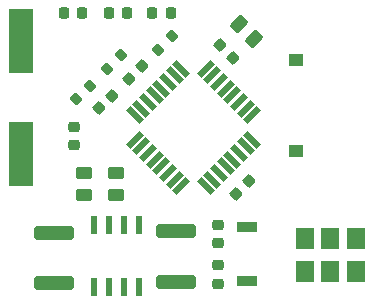
<source format=gbr>
%TF.GenerationSoftware,KiCad,Pcbnew,(6.0.2)*%
%TF.CreationDate,2022-04-29T01:07:20-04:00*%
%TF.ProjectId,Spacecraft ATmega328 MOSFET,53706163-6563-4726-9166-742041546d65,rev?*%
%TF.SameCoordinates,Original*%
%TF.FileFunction,Paste,Top*%
%TF.FilePolarity,Positive*%
%FSLAX46Y46*%
G04 Gerber Fmt 4.6, Leading zero omitted, Abs format (unit mm)*
G04 Created by KiCad (PCBNEW (6.0.2)) date 2022-04-29 01:07:20*
%MOMM*%
%LPD*%
G01*
G04 APERTURE LIST*
G04 Aperture macros list*
%AMRoundRect*
0 Rectangle with rounded corners*
0 $1 Rounding radius*
0 $2 $3 $4 $5 $6 $7 $8 $9 X,Y pos of 4 corners*
0 Add a 4 corners polygon primitive as box body*
4,1,4,$2,$3,$4,$5,$6,$7,$8,$9,$2,$3,0*
0 Add four circle primitives for the rounded corners*
1,1,$1+$1,$2,$3*
1,1,$1+$1,$4,$5*
1,1,$1+$1,$6,$7*
1,1,$1+$1,$8,$9*
0 Add four rect primitives between the rounded corners*
20,1,$1+$1,$2,$3,$4,$5,0*
20,1,$1+$1,$4,$5,$6,$7,0*
20,1,$1+$1,$6,$7,$8,$9,0*
20,1,$1+$1,$8,$9,$2,$3,0*%
%AMRotRect*
0 Rectangle, with rotation*
0 The origin of the aperture is its center*
0 $1 length*
0 $2 width*
0 $3 Rotation angle, in degrees counterclockwise*
0 Add horizontal line*
21,1,$1,$2,0,0,$3*%
G04 Aperture macros list end*
%ADD10C,0.010000*%
%ADD11RoundRect,0.225000X0.017678X-0.335876X0.335876X-0.017678X-0.017678X0.335876X-0.335876X0.017678X0*%
%ADD12RoundRect,0.225000X0.250000X-0.225000X0.250000X0.225000X-0.250000X0.225000X-0.250000X-0.225000X0*%
%ADD13RoundRect,0.225000X-0.335876X-0.017678X-0.017678X-0.335876X0.335876X0.017678X0.017678X0.335876X0*%
%ADD14RoundRect,0.250000X-1.450000X0.312500X-1.450000X-0.312500X1.450000X-0.312500X1.450000X0.312500X0*%
%ADD15RoundRect,0.250000X-0.503814X-0.132583X-0.132583X-0.503814X0.503814X0.132583X0.132583X0.503814X0*%
%ADD16RoundRect,0.200000X0.053033X-0.335876X0.335876X-0.053033X-0.053033X0.335876X-0.335876X0.053033X0*%
%ADD17RotRect,1.600000X0.550000X315.000000*%
%ADD18RotRect,1.600000X0.550000X45.000000*%
%ADD19R,2.000000X5.500000*%
%ADD20R,1.250000X1.000000*%
%ADD21RoundRect,0.225000X-0.250000X0.225000X-0.250000X-0.225000X0.250000X-0.225000X0.250000X0.225000X0*%
%ADD22RoundRect,0.250000X0.450000X-0.262500X0.450000X0.262500X-0.450000X0.262500X-0.450000X-0.262500X0*%
%ADD23RoundRect,0.041300X-0.253700X0.748700X-0.253700X-0.748700X0.253700X-0.748700X0.253700X0.748700X0*%
%ADD24R,1.730000X0.960000*%
%ADD25RoundRect,0.218750X-0.218750X-0.256250X0.218750X-0.256250X0.218750X0.256250X-0.218750X0.256250X0*%
G04 APERTURE END LIST*
D10*
%TO.C,VR1*%
X123629000Y-80539000D02*
X125059000Y-80539000D01*
X125059000Y-80539000D02*
X125059000Y-82249000D01*
X125059000Y-82249000D02*
X123629000Y-82249000D01*
X123629000Y-82249000D02*
X123629000Y-80539000D01*
G36*
X125059000Y-82249000D02*
G01*
X123629000Y-82249000D01*
X123629000Y-80539000D01*
X125059000Y-80539000D01*
X125059000Y-82249000D01*
G37*
X125059000Y-82249000D02*
X123629000Y-82249000D01*
X123629000Y-80539000D01*
X125059000Y-80539000D01*
X125059000Y-82249000D01*
X119289000Y-83359000D02*
X120719000Y-83359000D01*
X120719000Y-83359000D02*
X120719000Y-85069000D01*
X120719000Y-85069000D02*
X119289000Y-85069000D01*
X119289000Y-85069000D02*
X119289000Y-83359000D01*
G36*
X120719000Y-85069000D02*
G01*
X119289000Y-85069000D01*
X119289000Y-83359000D01*
X120719000Y-83359000D01*
X120719000Y-85069000D01*
G37*
X120719000Y-85069000D02*
X119289000Y-85069000D01*
X119289000Y-83359000D01*
X120719000Y-83359000D01*
X120719000Y-85069000D01*
X123629000Y-83359000D02*
X125059000Y-83359000D01*
X125059000Y-83359000D02*
X125059000Y-85069000D01*
X125059000Y-85069000D02*
X123629000Y-85069000D01*
X123629000Y-85069000D02*
X123629000Y-83359000D01*
G36*
X125059000Y-85069000D02*
G01*
X123629000Y-85069000D01*
X123629000Y-83359000D01*
X125059000Y-83359000D01*
X125059000Y-85069000D01*
G37*
X125059000Y-85069000D02*
X123629000Y-85069000D01*
X123629000Y-83359000D01*
X125059000Y-83359000D01*
X125059000Y-85069000D01*
X121459000Y-83359000D02*
X122889000Y-83359000D01*
X122889000Y-83359000D02*
X122889000Y-85069000D01*
X122889000Y-85069000D02*
X121459000Y-85069000D01*
X121459000Y-85069000D02*
X121459000Y-83359000D01*
G36*
X122889000Y-85069000D02*
G01*
X121459000Y-85069000D01*
X121459000Y-83359000D01*
X122889000Y-83359000D01*
X122889000Y-85069000D01*
G37*
X122889000Y-85069000D02*
X121459000Y-85069000D01*
X121459000Y-83359000D01*
X122889000Y-83359000D01*
X122889000Y-85069000D01*
X119289000Y-80539000D02*
X120719000Y-80539000D01*
X120719000Y-80539000D02*
X120719000Y-82249000D01*
X120719000Y-82249000D02*
X119289000Y-82249000D01*
X119289000Y-82249000D02*
X119289000Y-80539000D01*
G36*
X120719000Y-82249000D02*
G01*
X119289000Y-82249000D01*
X119289000Y-80539000D01*
X120719000Y-80539000D01*
X120719000Y-82249000D01*
G37*
X120719000Y-82249000D02*
X119289000Y-82249000D01*
X119289000Y-80539000D01*
X120719000Y-80539000D01*
X120719000Y-82249000D01*
X121459000Y-80539000D02*
X122889000Y-80539000D01*
X122889000Y-80539000D02*
X122889000Y-82249000D01*
X122889000Y-82249000D02*
X121459000Y-82249000D01*
X121459000Y-82249000D02*
X121459000Y-80539000D01*
G36*
X122889000Y-82249000D02*
G01*
X121459000Y-82249000D01*
X121459000Y-80539000D01*
X122889000Y-80539000D01*
X122889000Y-82249000D01*
G37*
X122889000Y-82249000D02*
X121459000Y-82249000D01*
X121459000Y-80539000D01*
X122889000Y-80539000D01*
X122889000Y-82249000D01*
%TD*%
D11*
%TO.C,C2*%
X114251992Y-77648008D03*
X115348008Y-76551992D03*
%TD*%
%TO.C,C1*%
X105151992Y-67948008D03*
X106248008Y-66851992D03*
%TD*%
%TO.C,C3*%
X102651992Y-70448008D03*
X103748008Y-69351992D03*
%TD*%
D12*
%TO.C,C4*%
X100550000Y-73575000D03*
X100550000Y-72025000D03*
%TD*%
D13*
%TO.C,C6*%
X112851992Y-65051992D03*
X113948008Y-66148008D03*
%TD*%
D14*
%TO.C,D2*%
X98800000Y-80962500D03*
X98800000Y-85237500D03*
%TD*%
D15*
%TO.C,R5*%
X114454765Y-63254765D03*
X115745235Y-64545235D03*
%TD*%
D16*
%TO.C,R7*%
X100716637Y-69683363D03*
X101883363Y-68516637D03*
%TD*%
%TO.C,R8*%
X103316637Y-67083363D03*
X104483363Y-65916637D03*
%TD*%
D17*
%TO.C,328p*%
X109610695Y-67082897D03*
X109045010Y-67648583D03*
X108479324Y-68214268D03*
X107913639Y-68779953D03*
X107347953Y-69345639D03*
X106782268Y-69911324D03*
X106216583Y-70477010D03*
X105650897Y-71042695D03*
D18*
X105650897Y-73093305D03*
X106216583Y-73658990D03*
X106782268Y-74224676D03*
X107347953Y-74790361D03*
X107913639Y-75356047D03*
X108479324Y-75921732D03*
X109045010Y-76487417D03*
X109610695Y-77053103D03*
D17*
X111661305Y-77053103D03*
X112226990Y-76487417D03*
X112792676Y-75921732D03*
X113358361Y-75356047D03*
X113924047Y-74790361D03*
X114489732Y-74224676D03*
X115055417Y-73658990D03*
X115621103Y-73093305D03*
D18*
X115621103Y-71042695D03*
X115055417Y-70477010D03*
X114489732Y-69911324D03*
X113924047Y-69345639D03*
X113358361Y-68779953D03*
X112792676Y-68214268D03*
X112226990Y-67648583D03*
X111661305Y-67082897D03*
%TD*%
D19*
%TO.C,Y1*%
X96012000Y-64770000D03*
X96012000Y-74270000D03*
%TD*%
D16*
%TO.C,R6*%
X107616637Y-65483363D03*
X108783363Y-64316637D03*
%TD*%
D20*
%TO.C,SW1*%
X119300000Y-66325000D03*
X119300000Y-74075000D03*
%TD*%
D12*
%TO.C,C7*%
X112700000Y-85275000D03*
X112700000Y-83725000D03*
%TD*%
D21*
%TO.C,C5*%
X112700000Y-80325000D03*
X112700000Y-81875000D03*
%TD*%
D22*
%TO.C,R2*%
X101350000Y-77762500D03*
X101350000Y-75937500D03*
%TD*%
D23*
%TO.C,U2*%
X106045000Y-80350000D03*
X104775000Y-80350000D03*
X103505000Y-80350000D03*
X102235000Y-80350000D03*
X102235000Y-85600000D03*
X103505000Y-85600000D03*
X104775000Y-85600000D03*
X106045000Y-85600000D03*
%TD*%
D24*
%TO.C,VR1*%
X115154000Y-80519000D03*
X115154000Y-85089000D03*
%TD*%
D25*
%TO.C,Rx*%
X103462500Y-62400000D03*
X105037500Y-62400000D03*
%TD*%
%TO.C,Tx*%
X99662500Y-62400000D03*
X101237500Y-62400000D03*
%TD*%
%TO.C,5V*%
X107162500Y-62350000D03*
X108737500Y-62350000D03*
%TD*%
D22*
%TO.C,R3*%
X104050000Y-77762500D03*
X104050000Y-75937500D03*
%TD*%
D14*
%TO.C,D3*%
X109200000Y-80862500D03*
X109200000Y-85137500D03*
%TD*%
M02*

</source>
